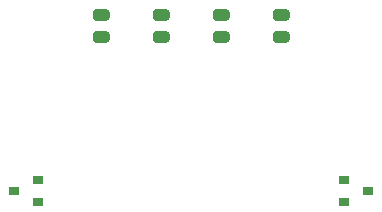
<source format=gbr>
%TF.GenerationSoftware,KiCad,Pcbnew,(5.1.7)-1*%
%TF.CreationDate,2021-04-21T21:28:38-05:00*%
%TF.ProjectId,blinky_kit_pcb,626c696e-6b79-45f6-9b69-745f7063622e,1.0*%
%TF.SameCoordinates,Original*%
%TF.FileFunction,Paste,Top*%
%TF.FilePolarity,Positive*%
%FSLAX46Y46*%
G04 Gerber Fmt 4.6, Leading zero omitted, Abs format (unit mm)*
G04 Created by KiCad (PCBNEW (5.1.7)-1) date 2021-04-21 21:28:38*
%MOMM*%
%LPD*%
G01*
G04 APERTURE LIST*
%ADD10R,0.900000X0.800000*%
G04 APERTURE END LIST*
D10*
%TO.C,Q1*%
X128000000Y-98740000D03*
X128000000Y-96840000D03*
X126000000Y-97790000D03*
%TD*%
%TO.C,Q2*%
X155940000Y-97790000D03*
X153940000Y-98740000D03*
X153940000Y-96840000D03*
%TD*%
%TO.C,R1*%
G36*
G01*
X137973750Y-84270000D02*
X138886250Y-84270000D01*
G75*
G02*
X139130000Y-84513750I0J-243750D01*
G01*
X139130000Y-85001250D01*
G75*
G02*
X138886250Y-85245000I-243750J0D01*
G01*
X137973750Y-85245000D01*
G75*
G02*
X137730000Y-85001250I0J243750D01*
G01*
X137730000Y-84513750D01*
G75*
G02*
X137973750Y-84270000I243750J0D01*
G01*
G37*
G36*
G01*
X137973750Y-82395000D02*
X138886250Y-82395000D01*
G75*
G02*
X139130000Y-82638750I0J-243750D01*
G01*
X139130000Y-83126250D01*
G75*
G02*
X138886250Y-83370000I-243750J0D01*
G01*
X137973750Y-83370000D01*
G75*
G02*
X137730000Y-83126250I0J243750D01*
G01*
X137730000Y-82638750D01*
G75*
G02*
X137973750Y-82395000I243750J0D01*
G01*
G37*
%TD*%
%TO.C,R2*%
G36*
G01*
X132893750Y-82395000D02*
X133806250Y-82395000D01*
G75*
G02*
X134050000Y-82638750I0J-243750D01*
G01*
X134050000Y-83126250D01*
G75*
G02*
X133806250Y-83370000I-243750J0D01*
G01*
X132893750Y-83370000D01*
G75*
G02*
X132650000Y-83126250I0J243750D01*
G01*
X132650000Y-82638750D01*
G75*
G02*
X132893750Y-82395000I243750J0D01*
G01*
G37*
G36*
G01*
X132893750Y-84270000D02*
X133806250Y-84270000D01*
G75*
G02*
X134050000Y-84513750I0J-243750D01*
G01*
X134050000Y-85001250D01*
G75*
G02*
X133806250Y-85245000I-243750J0D01*
G01*
X132893750Y-85245000D01*
G75*
G02*
X132650000Y-85001250I0J243750D01*
G01*
X132650000Y-84513750D01*
G75*
G02*
X132893750Y-84270000I243750J0D01*
G01*
G37*
%TD*%
%TO.C,R3*%
G36*
G01*
X148133750Y-84270000D02*
X149046250Y-84270000D01*
G75*
G02*
X149290000Y-84513750I0J-243750D01*
G01*
X149290000Y-85001250D01*
G75*
G02*
X149046250Y-85245000I-243750J0D01*
G01*
X148133750Y-85245000D01*
G75*
G02*
X147890000Y-85001250I0J243750D01*
G01*
X147890000Y-84513750D01*
G75*
G02*
X148133750Y-84270000I243750J0D01*
G01*
G37*
G36*
G01*
X148133750Y-82395000D02*
X149046250Y-82395000D01*
G75*
G02*
X149290000Y-82638750I0J-243750D01*
G01*
X149290000Y-83126250D01*
G75*
G02*
X149046250Y-83370000I-243750J0D01*
G01*
X148133750Y-83370000D01*
G75*
G02*
X147890000Y-83126250I0J243750D01*
G01*
X147890000Y-82638750D01*
G75*
G02*
X148133750Y-82395000I243750J0D01*
G01*
G37*
%TD*%
%TO.C,R4*%
G36*
G01*
X143053750Y-82395000D02*
X143966250Y-82395000D01*
G75*
G02*
X144210000Y-82638750I0J-243750D01*
G01*
X144210000Y-83126250D01*
G75*
G02*
X143966250Y-83370000I-243750J0D01*
G01*
X143053750Y-83370000D01*
G75*
G02*
X142810000Y-83126250I0J243750D01*
G01*
X142810000Y-82638750D01*
G75*
G02*
X143053750Y-82395000I243750J0D01*
G01*
G37*
G36*
G01*
X143053750Y-84270000D02*
X143966250Y-84270000D01*
G75*
G02*
X144210000Y-84513750I0J-243750D01*
G01*
X144210000Y-85001250D01*
G75*
G02*
X143966250Y-85245000I-243750J0D01*
G01*
X143053750Y-85245000D01*
G75*
G02*
X142810000Y-85001250I0J243750D01*
G01*
X142810000Y-84513750D01*
G75*
G02*
X143053750Y-84270000I243750J0D01*
G01*
G37*
%TD*%
M02*

</source>
